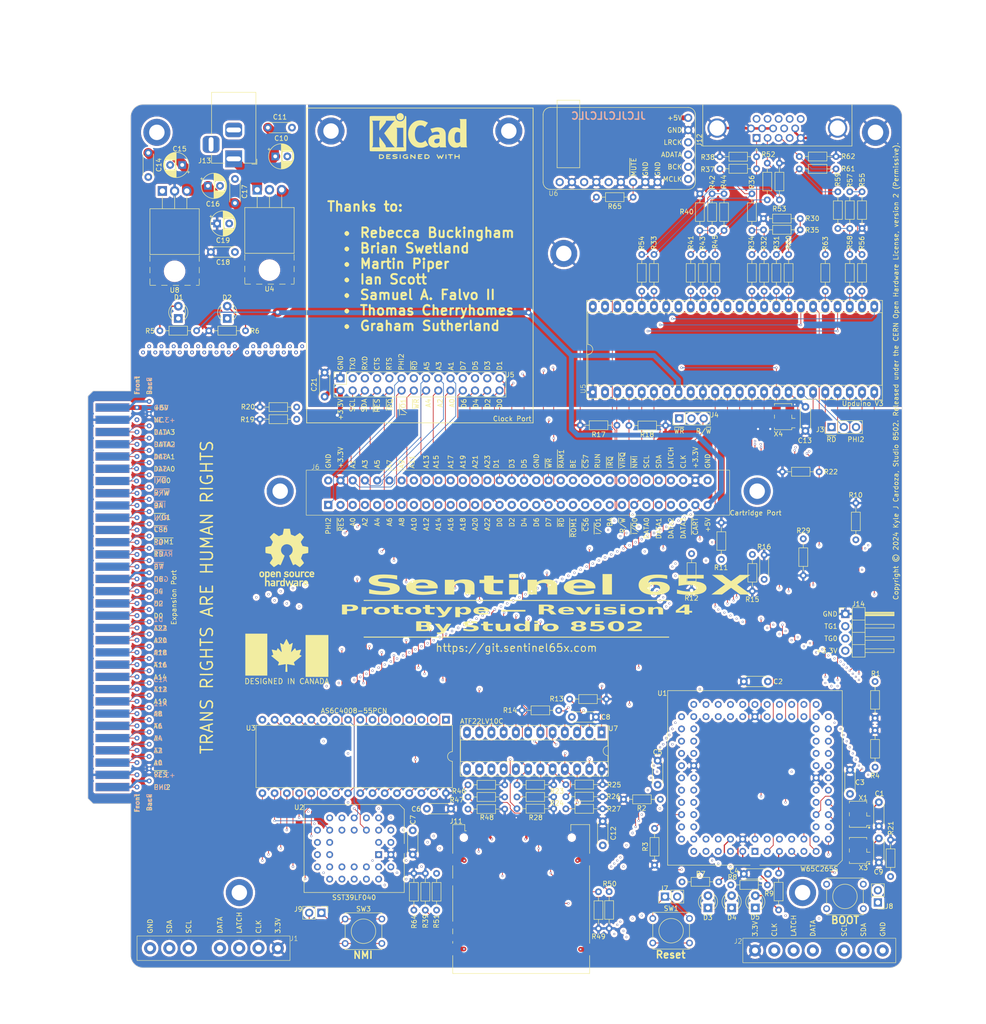
<source format=kicad_pcb>
(kicad_pcb
	(version 20240108)
	(generator "pcbnew")
	(generator_version "8.0")
	(general
		(thickness 1.6)
		(legacy_teardrops no)
	)
	(paper "A3")
	(layers
		(0 "F.Cu" signal "F.Cu (SMD)")
		(1 "In1.Cu" power "In1.Cu (GND)")
		(2 "In2.Cu" signal "In2.Cu (N-S)")
		(3 "In3.Cu" signal "In3.Cu. (E-W)")
		(4 "In4.Cu" power "In4.Cu (GND)")
		(31 "B.Cu" signal "B.Cu (MISC)")
		(32 "B.Adhes" user "B.Adhesive")
		(33 "F.Adhes" user "F.Adhesive")
		(34 "B.Paste" user)
		(35 "F.Paste" user)
		(36 "B.SilkS" user "B.Silkscreen")
		(37 "F.SilkS" user "F.Silkscreen")
		(38 "B.Mask" user)
		(39 "F.Mask" user)
		(40 "Dwgs.User" user "User.Drawings")
		(41 "Cmts.User" user "User.Comments")
		(42 "Eco1.User" user "User.Eco1")
		(43 "Eco2.User" user "User.Eco2")
		(44 "Edge.Cuts" user)
		(45 "Margin" user)
		(46 "B.CrtYd" user "B.Courtyard")
		(47 "F.CrtYd" user "F.Courtyard")
		(48 "B.Fab" user)
		(49 "F.Fab" user)
		(50 "User.1" user)
		(51 "User.2" user)
		(52 "User.3" user)
		(53 "User.4" user)
		(54 "User.5" user)
		(55 "User.6" user)
		(56 "User.7" user)
		(57 "User.8" user)
		(58 "User.9" user)
	)
	(setup
		(stackup
			(layer "F.SilkS"
				(type "Top Silk Screen")
				(color "White")
			)
			(layer "F.Paste"
				(type "Top Solder Paste")
			)
			(layer "F.Mask"
				(type "Top Solder Mask")
				(color "Red")
				(thickness 0.01)
			)
			(layer "F.Cu"
				(type "copper")
				(thickness 0.035)
			)
			(layer "dielectric 1"
				(type "prepreg")
				(thickness 0.1)
				(material "FR4")
				(epsilon_r 4.5)
				(loss_tangent 0.02)
			)
			(layer "In1.Cu"
				(type "copper")
				(thickness 0.035)
			)
			(layer "dielectric 2"
				(type "core")
				(thickness 0.535)
				(material "FR4")
				(epsilon_r 4.5)
				(loss_tangent 0.02)
			)
			(layer "In2.Cu"
				(type "copper")
				(thickness 0.035)
			)
			(layer "dielectric 3"
				(type "prepreg")
				(thickness 0.1)
				(material "FR4")
				(epsilon_r 4.5)
				(loss_tangent 0.02)
			)
			(layer "In3.Cu"
				(type "copper")
				(thickness 0.035)
			)
			(layer "dielectric 4"
				(type "core")
				(thickness 0.535)
				(material "FR4")
				(epsilon_r 4.5)
				(loss_tangent 0.02)
			)
			(layer "In4.Cu"
				(type "copper")
				(thickness 0.035)
			)
			(layer "dielectric 5"
				(type "prepreg")
				(color "#808080FF")
				(thickness 0.1)
				(material "FR4")
				(epsilon_r 4.5)
				(loss_tangent 0.02)
			)
			(layer "B.Cu"
				(type "copper")
				(thickness 0.035)
			)
			(layer "B.Mask"
				(type "Bottom Solder Mask")
				(color "Red")
				(thickness 0.01)
			)
			(layer "B.Paste"
				(type "Bottom Solder Paste")
			)
			(layer "B.SilkS"
				(type "Bottom Silk Screen")
				(color "White")
			)
			(copper_finish "None")
			(dielectric_constraints no)
		)
		(pad_to_mask_clearance 0)
		(allow_soldermask_bridges_in_footprints no)
		(grid_origin 90.380852 153.942679)
		(pcbplotparams
			(layerselection 0x00010fc_ffffffff)
			(plot_on_all_layers_selection 0x0000000_00000000)
			(disableapertmacros no)
			(usegerberextensions no)
			(usegerberattributes yes)
			(usegerberadvancedattributes yes)
			(creategerberjobfile yes)
			(dashed_line_dash_ratio 12.000000)
			(dashed_line_gap_ratio 3.000000)
			(svgprecision 4)
			(plotframeref no)
			(viasonmask no)
			(mode 1)
			(useauxorigin no)
			(hpglpennumber 1)
			(hpglpenspeed 20)
			(hpglpendiameter 15.000000)
			(pdf_front_fp_property_popups yes)
			(pdf_back_fp_property_popups yes)
			(dxfpolygonmode yes)
			(dxfimperialunits yes)
			(dxfusepcbnewfont yes)
			(psnegative no)
			(psa4output no)
			(plotreference yes)
			(plotvalue yes)
			(plotfptext yes)
			(plotinvisibletext no)
			(sketchpadsonfab no)
			(subtractmaskfromsilk no)
			(outputformat 1)
			(mirror no)
			(drillshape 0)
			(scaleselection 1)
			(outputdirectory "production/")
		)
	)
	(net 0 "")
	(net 1 "GND")
	(net 2 "+3.3V")
	(net 3 "/A1")
	(net 4 "/A3")
	(net 5 "/A5")
	(net 6 "/A7")
	(net 7 "/A9")
	(net 8 "/A11")
	(net 9 "/A13")
	(net 10 "/A15")
	(net 11 "/A17")
	(net 12 "/A19")
	(net 13 "/A21")
	(net 14 "/A23")
	(net 15 "/D1")
	(net 16 "/D3")
	(net 17 "/D5")
	(net 18 "/~{WR}")
	(net 19 "/BE")
	(net 20 "/RUN")
	(net 21 "/~{IRQ}")
	(net 22 "/~{VIRQ}")
	(net 23 "/~{NMI}")
	(net 24 "/I2C_SCL")
	(net 25 "/I2C_SDA")
	(net 26 "/SNES_LATCH")
	(net 27 "/SNES_CLK")
	(net 28 "/PHI2")
	(net 29 "/~{RES}")
	(net 30 "/A0")
	(net 31 "/A2")
	(net 32 "/A4")
	(net 33 "/A6")
	(net 34 "/A8")
	(net 35 "/A10")
	(net 36 "/A12")
	(net 37 "/A14")
	(net 38 "/A16")
	(net 39 "/A18")
	(net 40 "/A20")
	(net 41 "/A22")
	(net 42 "/D0")
	(net 43 "/D2")
	(net 44 "/D4")
	(net 45 "/D6")
	(net 46 "/D7")
	(net 47 "/~{RD}")
	(net 48 "/~{CS}6")
	(net 49 "/~{I{slash}O}1")
	(net 50 "/BA")
	(net 51 "/R{slash}~{W}")
	(net 52 "/~{I{slash}O}0")
	(net 53 "/SNES_DATA0")
	(net 54 "/SNES_DATA1")
	(net 55 "/SNES_DATA2")
	(net 56 "/SNES_DATA3")
	(net 57 "/MOSI")
	(net 58 "/RTS")
	(net 59 "/CTS")
	(net 60 "/BL1")
	(net 61 "/~{BOOT_SEL}")
	(net 62 "/RXD")
	(net 63 "/TXD")
	(net 64 "/FCLK")
	(net 65 "/CLK")
	(net 66 "/SCK")
	(net 67 "/~{CS}4")
	(net 68 "/~{CS}5")
	(net 69 "/~{CS}7")
	(net 70 "/~{FPGA_RESET}")
	(net 71 "/CDONE")
	(net 72 "/MISO")
	(net 73 "/~{SD_SS}")
	(net 74 "/~{ROM}0")
	(net 75 "/~{RAM}0")
	(net 76 "Net-(D1-A)")
	(net 77 "Net-(D3-A)")
	(net 78 "/~{RAM}1")
	(net 79 "/~{ROM}1")
	(net 80 "/VERA_18")
	(net 81 "+5V")
	(net 82 "/SYSCLK")
	(net 83 "/R0")
	(net 84 "/R2")
	(net 85 "/R1")
	(net 86 "/G0")
	(net 87 "/R3")
	(net 88 "/G2")
	(net 89 "/G1")
	(net 90 "/B0")
	(net 91 "/G3")
	(net 92 "/B2")
	(net 93 "/B1")
	(net 94 "/HSYNC")
	(net 95 "/B3")
	(net 96 "/VSYNC")
	(net 97 "/BCK")
	(net 98 "/ADATA")
	(net 99 "/LRCK")
	(net 100 "/BLUE")
	(net 101 "/GREEN")
	(net 102 "/RED")
	(net 103 "Net-(D2-A)")
	(net 104 "Net-(D4-A)")
	(net 105 "Net-(D5-A)")
	(net 106 "/BL2")
	(net 107 "/BL3")
	(net 108 "/VERA_7")
	(net 109 "Net-(R30-Pad2)")
	(net 110 "unconnected-(J10-Pin_b31-Padb31)")
	(net 111 "unconnected-(J10-Pin_b31-Padb31)_0")
	(net 112 "Net-(J11-DAT1)")
	(net 113 "Net-(J11-DAT2)")
	(net 114 "unconnected-(J12-Pad11)")
	(net 115 "unconnected-(J12-Pad4)")
	(net 116 "unconnected-(J12-Pad15)")
	(net 117 "unconnected-(J12-Pad9)")
	(net 118 "unconnected-(J12-Pad12)")
	(net 119 "Net-(R32-Pad2)")
	(net 120 "unconnected-(U1A-~{FCLKO}-Pad15)")
	(net 121 "unconnected-(U1A-RUN-Pad14)")
	(net 122 "unconnected-(U1A-BA-Pad21)")
	(net 123 "unconnected-(U1A-~{CLKO}-Pad19)")
	(net 124 "unconnected-(U5-+3.3V-Pad9)")
	(net 125 "unconnected-(U5-FLASH_MISO-Pad45)")
	(net 126 "unconnected-(U5-CLK_12M_EXT-Pad41)")
	(net 127 "unconnected-(U5-FT_SCK-Pad47)")
	(net 128 "unconnected-(U5-~{FT_SS}-Pad48)")
	(net 129 "unconnected-(U5-FLASH_MOSI-Pad46)")
	(net 130 "unconnected-(U5-VIO-Pad2)")
	(net 131 "unconnected-(U6-A3V3-Pad11)")
	(net 132 "unconnected-(U6-ROUT-Pad9)")
	(net 133 "unconnected-(U6-LOUT-Pad7)")
	(net 134 "Net-(R33-Pad2)")
	(net 135 "Net-(R40-Pad2)")
	(net 136 "Net-(R42-Pad2)")
	(net 137 "Net-(R44-Pad2)")
	(net 138 "Net-(R55-Pad2)")
	(net 139 "Net-(R57-Pad2)")
	(net 140 "Net-(R59-Pad2)")
	(net 141 "unconnected-(U7-IN-Pad13)")
	(net 142 "unconnected-(U7-I{slash}O-Pad16)")
	(net 143 "unconnected-(U7-I{slash}O-Pad15)")
	(net 144 "unconnected-(U7-I{slash}O-Pad17)")
	(net 145 "unconnected-(U7-I{slash}O-Pad14)")
	(net 146 "Net-(U4-IN)")
	(net 147 "/~{CART}")
	(net 148 "/~{SD_WP}")
	(net 149 "/~{SD_CD}")
	(net 150 "unconnected-(J13-MountPin-Pad3)")
	(net 151 "/~{MUTE}")
	(net 152 "/TG0")
	(net 153 "/TG1")
	(footprint "Resistor_THT:R_Axial_DIN0204_L3.6mm_D1.6mm_P5.08mm_Horizontal" (layer "F.Cu") (at 218.023531 150.221827 90))
	(footprint "Resistor_THT:R_Axial_DIN0204_L3.6mm_D1.6mm_P7.62mm_Horizontal" (layer "F.Cu") (at 156.55 197.875))
	(footprint "Capacitor_THT:C_Disc_D4.3mm_W1.9mm_P5.00mm" (layer "F.Cu") (at 195.918531 187.826827 -90))
	(footprint "Capacitor_THT:C_Disc_D4.3mm_W1.9mm_P5.00mm" (layer "F.Cu") (at 241.828173 208.96 90))
	(footprint "Resistor_THT:R_Axial_DIN0204_L3.6mm_D1.6mm_P7.62mm_Horizontal" (layer "F.Cu") (at 229.434306 127.897878 180))
	(footprint "Resistor_THT:R_Axial_DIN0204_L3.6mm_D1.6mm_P7.62mm_Horizontal" (layer "F.Cu") (at 188.846198 195.85349))
	(footprint "Symbol:OSHW-Logo_11.4x12mm_SilkScreen" (layer "F.Cu") (at 118.942135 145.687679))
	(footprint "Resistor_THT:R_Axial_DIN0204_L3.6mm_D1.6mm_P7.62mm_Horizontal" (layer "F.Cu") (at 204.680852 70.218531 -90))
	(footprint "Capacitor_THT:C_Disc_D4.3mm_W1.9mm_P5.00mm" (layer "F.Cu") (at 184.518267 200.4066 -90))
	(footprint "Resistor_THT:R_Axial_DIN0204_L3.6mm_D1.6mm_P7.62mm_Horizontal" (layer "F.Cu") (at 175.381704 177.395358 180))
	(footprint "Resistor_THT:R_Axial_DIN0204_L3.6mm_D1.6mm_P7.62mm_Horizontal" (layer "F.Cu") (at 238.335852 77.421827 90))
	(footprint "Connector:SNES Controller Port (Female, 90º, THT)" (layer "F.Cu") (at 101.832102 226.745 180))
	(footprint "Capacitor_THT:C_Disc_D4.3mm_W1.9mm_P5.00mm" (layer "F.Cu") (at 90.193531 61.741827 -90))
	(footprint "Connector_PinHeader_2.54mm:PinHeader_1x04_P2.54mm_Horizontal" (layer "F.Cu") (at 234.87 157.4))
	(footprint "Resistor_THT:R_Axial_DIN0204_L3.6mm_D1.6mm_P7.62mm_Horizontal" (layer "F.Cu") (at 218.668173 71.488531 90))
	(footprint "Capacitor_THT:C_Disc_D4.3mm_W1.9mm_P5.00mm" (layer "F.Cu") (at 226.588173 119.423531 90))
	(footprint "Connector_Card:SD_Hirose_DM1AA_SF_PEJ82" (layer "F.Cu") (at 167.589126 216.546139))
	(footprint "Connector_BarrelJack:BarrelJack_Horizontal" (layer "F.Cu") (at 107.928531 62.981827 -90))
	(footprint "Resistor_THT:R_Axial_DIN0204_L3.6mm_D1.6mm_P7.62mm_Horizontal" (layer "F.Cu") (at 225.506704 77.700358 180))
	(footprint "MountingHole:MountingHole_3.2mm_M3_DIN965_Pad" (layer "F.Cu") (at 128.117172 57.207679))
	(footprint "Resistor_THT:R_Axial_DIN0204_L3.6mm_D1.6mm_P7.62mm_Horizontal" (layer "F.Cu") (at 166.71 195.36))
	(footprint "Capacitor_THT:C_Disc_D4.3mm_W1.9mm_P5.00mm" (layer "F.Cu") (at 241.828173 201.453531 90))
	(footprint "Capacitor_THT:C_Disc_D4.3mm_W1.9mm_P5.00mm" (layer "F.Cu") (at 103.177518 82.309624))
	(footprint "Connector_PinHeader_2.54mm:PinHeader_1x02_P2.54mm_Vertical" (layer "F.Cu") (at 241.623621 217.254071 180))
	(footprint "Oscillator:Oscillator_SMD_EuroQuartz_XO53-4Pin_5.0x3.2mm_HandSoldering" (layer "F.Cu") (at 221.955852 116.463392 90))
	(footprint "Connector:Conn_Edge_2x32_THT_2.54mm_Male"
		(layer "F.Cu")
		(uuid "4796905e-545d-47e7-ab3c-4a0391ef238b")
		(at 82.760852 155.212679 90)
		(property "Reference" "J10"
			(at 10.16 -23.995 90)
			(unlocked yes)
			(layer "F.SilkS")
			(hide yes)
			(uuid "aca119be-96f6-4082-bd1f-0310194cc88e")
			(effects
				(font
					(size 1 1)
					(thickness 0.1)
				)
			)
		)
		(property "Value" "2x32 2.54mm Card Edge Connector"
			(at 10.16 -22.495 90)
			(unlocked yes)
			(layer "F.Fab")
			(uuid "53b5751c-c238-4ad4-9eb5-56729c770d25")
			(effects
				(font
					(size 1 1)
					(thickness 0.15)
				)
			)
		)
		(property "Footprint" "Connector:Conn_Edge_2x32_THT_2.54mm_Male"
			(at 0 0 90)
			(unlocked yes)
			(layer "F.Fab")
			(hide yes)
			(uuid "3fce0bb5-5936-4657-ba68-fc0c4aeaaee2")
			(effects
				(font
					(size 1.27 1.27)
				)
			)
		)
		(property "Datasheet" ""
			(at 0 0 90)
			(unlocked yes)
			(layer "F.Fab")
			(hide yes)
			(uuid "1dbb8393-8c43-437e-bf45-fbd7ad194fdb")
			(effects
				(font
					(size 1.27 1.27)
				)
			)
		)
		(property "Description" ""
			(at 0 0 90)
			(unlocked yes)
			(layer "F.Fab")
			(hide yes)
			(uuid "9d41e489-00b4-4574-b3e9-cf5acf4e68e6")
			(effects
				(font
					(size 1.27 1.27)
				)
			)
		)
		(property ki_fp_filters "Connector*:*_2x??_*")
		(path "/4681393f-742b-42eb-929f-821923816de7")
		(sheetname "Root")
		(sheetfile "Prototype 4 (PTH).kicad_sch")
		(attr through_hole exclude_from_pos_files exclude_from_bom)
		(fp_line
			(start 43 -5.08)
			(end 44.05758 -4.014303)
			(stroke
				(width 0.1)
				(type default)
			)
			(layer "Edge.Cuts")
			(uuid "fd26207d-ae5d-4015-b24f-4048db5a2730")
		)
		(fp_line
			(start -40.46 -5.08)
			(end 43 -5.08)
			(stroke
				(width 0.1)
				(type default)
			)
			(layer "Edge.Cuts")
			(uuid "cd976c4f-54b4-4c3a-8d2d-420cebf84a1a")
		)
		(fp_line
			(start -40.46 -5.08)
			(end -41.51758 -4.014303)
			(stroke
				(width 0.1)
				(type default)
			)
			(layer "Edge.Cuts")
			(uuid "c853919f-40f2-496b-a5c1-5e62cf4ee5f6")
		)
		(fp_line
			(start -41.51758 -4.014303)
			(end -41.520319 3.81)
			(stroke
				(width 0.1)
				(type default)
			)
			(layer "Edge.Cuts")
			(uuid "c515b7c3-614c-431c-9594-2f598a1c3af8")
		)
		(fp_line
			(start 44.054841 3.81)
			(end 44.05758 -4.014303)
			(stroke
				(width 0.1)
				(type default)
			)
			(layer "Edge.Cuts")
			(uuid "15c174bc-40f3-4552-9911-4324d59a4acc")
		)
		(fp_line
			(start 44.054841 3.81)
			(end 44.45 3.81)
			(stroke
				(width 0.1)
				(type default)
			)
			(layer "Edge.Cuts")
			(uuid "08d4d441-ebf1-4056-a391-e1b13176cb9a")
		)
		(fp_line
			(start -41.520319 3.81)
			(end -41.91 3.81)
			(stroke
				(width 0.1)
				(type default)
			)
			(layer "Edge.Cuts")
			(uuid "50b07f0e-059a-462c-8610-8d831930bac8")
		)
		(fp_rect
			(start 44.45 -5.08)
			(end -41.91 3.81)
			(stroke
				(width 0.05)
				(type default)
			)
			(fill none)
			(layer "B.CrtYd")
			(uuid "cd0b4cc3-6b7b-4f7a-ab8b-5d38182077fb")
		)
		(fp_rect
			(start -41.91 -5.08)
			(end 44.45 3.81)
			(stroke
				(width 0.05)
				(type default)
			)
			(fill none)
			(layer "F.CrtYd")
			(uuid "1fbbae3e-e68f-4f67-911b-50172759d681")
		)
		(fp_text user "${REFERENCE}"
			(at 10.16 -20.995 90)
			(unlocked yes)
			(layer "F.Fab")
			(uuid "280cc3f5-7dd6-44cd-9357-3734f1085ebe")
			(effects
				(font
					(size 1 1)
					(thickness 0.15)
				)
			)
		)
		(pad "a1" connect rect
			(at -38.1 0 90)
			(size 1.7 7)
			(layers "B.Cu" "B.Mask")
			(net 1 "GND")
			(pinfunction "Pin_a1")
			(pintype "passive")
			(uuid "39efb8b8-842b-49ed-b97f-c5742edf3b30")
		)
		(pad "a1" thru_hole circle
			(at -36.83 7.62 90)
			(size 1 1)
			(drill 0.5)
			(layers "*.Cu" "*.Mask")
			(remove_unused_layers no)
			(net 1 "GND")
			(pinfunction "Pin_a1")
			(pintype "passive")
			(uuid "0140ac0a-d66c-4c87-b933-594335198d4a")
		)
		(pad "a2" connect rect
			(at -35.56 0 90)
			(size 1.7 7)
			(layers "B.Cu" "B.Mask")
			(net 2 "+3.3V")
			(pinfunction "Pin_a2")
			(pintype "passive")
			(uuid "4509b36b-8620-4081-9556-c3a4adb63e24")
		)
		(pad "a2" thru_hole circle
			(at -34.29 7.62 90)
			(size 1 1)
			(drill 0.5)
			(layers "*.Cu" "*.Mask")
			(remove_unused_layers no)
			(net 2 "+3.3V")
			(pinfunction "Pin_a2")
			(pintype "passive")
			(uuid "ace7abd8-af09-40cb-83da-1b25130e6de1")
		)
		(pad "a3" connect rect
			(at -33.02 0 90)
			(size 1.7 7)
			(layers "B.Cu" "B.Mask")
			(net 3 "/A1")
			(pinfunction "Pin_a3")
			(pintype "passive")
			(uuid "f2db0a4f-6923-45da-8e4b-ab7ae2ec49a3")
		)
		(pad "a3" thru_hole circle
			(at -31.75 7.62 90)
			(size 1 1)
			(drill 0.5)
			(layers "*.Cu" "*.Mask")
			(remove_unused_layers no)
			(net 3 "/A1")
			(pinfunction "Pin_a3")
			(pintype "passive")
			(uuid "0c5eebb6-86d8-4b30-9e50-2497adf69f71")
		)
		(pad "a4" connect rect
			(at -30.48 0 90)
			(size 1.7 7)
			(layers "B.Cu" "B.Mask")
			(net 4 "/A3")
			(pinfunction "Pin_a4")
			(pintype "passive")
			(uuid "dca25041-533c-4780-8b00-016e4e574c5c")
		)
		(pad "a4" thru_hole circle
			(at -29.21 7.62 90)
			(size 1 1)
			(drill 0.5)
			(layers "*.Cu" "*.Mask")
			(remove_unused_layers no)
			(net 4 "/A3")
			(pinfunction "Pin_a4")
			(pintype "passive")
			(uuid "05a70a27-034a-4f51-9d0a-14788ed74601")
		)
		(pad "a5" connect rect
			(at -27.94 0 90)
			(size 1.7 7)
			(layers "B.Cu" "B.Mask")
			(net 5 "/A5")
			(pinfunction "Pin_a5")
			(pintype "passive")
			(uuid "01458549-d65e-40ae-981b-a7fd78016dbd")
		)
		(pad "a5" thru_hole circle
			(at -26.67 7.62 90)
			(size 1 1)
			(drill 0.5)
			(layers "*.Cu" "*.Mask")
			(remove_unused_layers no)
			(net 5 "/A5")
			(pinfunction "Pin_a5")
			(pintype "passive")
			(uuid "c4f72d13-5578-4eb0-bfbc-0795818fefff")
		)
		(pad "a6" connect rect
			(at -25.4 0 90)
			(size 1.7 7)
			(layers "B.Cu" "B.Mask")
			(net 6 "/A7")
			(pinfunction "Pin_a6")
			(pintype "passive")
			(uuid "4ce406d5-248c-4240-b0b1-630ff372e342")
		)
		(pad "a6" thru_hole circle
			(at -24.13 7.62 90)
			(size 1 1)
			(drill 0.5)
			(layers "*.Cu" "*.Mask")
			(remove_unused_layers no)
			(net 6 "/A7")
			(pinfunction "Pin_a6")
			(pintype "passive")
			(uuid "ea74f8b3-018f-4999-8110-f041c56e76c5")
		)
		(pad "a7" connect rect
			(at -22.86 0 90)
			(size 1.7 7)
			(layers "B.Cu" "B.Mask")
			(net 7 "/A9")
			(pinfunction "Pin_a7")
			(pintype "passive")
			(uuid "c119dada-df10-4c07-b177-c6a7ee5ada27")
		)
		(pad "a7" thru_hole circle
			(at -21.59 7.62 90)
			(size 1 1)
			(drill 0.5)
			(layers "*.Cu" "*.Mask")
			(remove_unused_layers no)
			(net 7 "/A9")
			(pinfunction "Pin_a7")
			(pintype "passive")
			(uuid "1748254e-4f93-49b0-a841-cd504e883e41")
		)
		(pad "a8" connect rect
			(at -20.32 0 90)
			(size 1.7 7)
			(layers "B.Cu" "B.Mask")
			(net 8 "/A11")
			(pinfunction "Pin_a8")
			(pintype "passive")
			(uuid "91bf9dac-226c-4926-8809-eccaef96b13a")
		)
		(pad "a8" thru_hole circle
			(at -19.05 7.62 90)
			(size 1 1)
			(drill 0.5)
			(layers "*.Cu" "*.Mask")
			(remove_unused_layers no)
			(net 8 "/A11")
			(pinfunction "Pin_a8")
			(pintype "passive")
			(uuid "9caaf76f-3325-4d9d-a688-37c6970c545b")
		)
		(pad "a9" connect rect
			(at -17.78 0 90)
			(size 1.7 7)
			(layers "B.Cu" "B.Mask")
			(net 9 "/A13")
			(pinfunction "Pin_a9")
			(pintype "passive")
			(uuid "a0c34dc1-e7d6-46ea-bfe2-bdece3598ee6")
		)
		(pad "a9" thru_hole circle
			(at -16.51 7.62 90)
			(size 1 1)
			(drill 0.5)
			(layers "*.Cu" "*.Mask")
			(remove_unused_layers no)
			(net 9 "/A13")
			(pinfunction "Pin_a9")
			(pintype "passive")
			(uuid "cdb419be-7589-44ab-a31f-c20fbd285475")
		)
		(pad "a10" connect rect
			(at -15.24 0 90)
			(size 1.7 7)
			(layers "B.Cu" "B.Mask")
			(net 10 "/A15")
			(pinfunction "Pin_a10")
			(pintype "passive")
			(uuid "b284dcc1-ac47-4cca-b650-3031c54c8b06")
		)
		(pad "a10" thru_hole circle
			(at -13.97 7.62 90)
			(size 1 1)
			(drill 0.5)
			(layers "*.Cu" "*.Mask")
			(remove_unused_layers no)
			(net 10 "/A15")
			(pinfunction "Pin_a10")
			(pintype "passive")
			(uuid "3f29e86e-8c48-49e7-9a31-ef71303cc38e")
		)
		(pad "a11" connect rect
			(at -12.7 0 90)
			(size 1.7 7)
			(layers "B.Cu" "B.Mask")
			(net 11 "/A17")
			(pinfunction "Pin_a11")
			(pintype "passive")
			(uuid "8126a547-a155-4971-bd3c-a47baf581536")
		)
		(pad "a11" thru_hole circle
			(at -11.43 7.62 90)
			(size 1 1)
			(drill 0.5)
			(layers "*.Cu" "*.Mask")
			(remove_unused_layers no)
			(net 11 "/A17")
			(pinfunction "Pin_a11")
			(pintype "passive")
			(uuid "f9051fcb-32ac-4cd0-a58e-3fe73d9e110f")
		)
		(pad "a12" connect rect
			(at -10.16 0 90)
			(size 1.7 7)
			(layers "B.Cu" "B.Mask")
			(net 12 "/A19")
			(pinfunction "Pin_a12")
			(pintype "passive")
			(uuid "c6fc0277-f6d1-44c4-b8d4-bf0a02a33cac")
		)
		(pad "a12" thru_hole circle
			(at -8.89 7.62 90)
			(size 1 1)
			(drill 0.5)
			(layers "*.Cu" "*.Mask")
			(remove_unused_layers no)
			(net 12 "/A19")
			(pinfunction "Pin_a12")
			(pintype "passive")
			(uuid "cef37e6a-fe9f-4c24-9c5f-91786e69905b")
		)
		(pad "a13" connect rect
			(at -7.62 0 90)
			(size 1.7 7)
			(layers "B.Cu" "B.Mask")
			(net 13 "/A21")
			(pinfunction "Pin_a13")
			(pintype "passive")
			(uuid "9ac559b6-b82a-4ab9-98c0-ee86f80546e3")
		)
		(pad "a13" thru_hole circle
			(at -6.35 7.62 90)
			(size 1 1)
			(drill 0.5)
			(layers "*.Cu" "*.Mask")
			(remove_unused_layers no)
			(net 13 "/A21")
			(pinfunction "Pin_a13")
			(pintype "passive")
			(uuid "a7521e8e-a221-4f19-972b-d6a730655453")
		)
		(pad "a14" connect rect
			(at -5.08 0 90)
			(size 1.7 7)
			(layers "B.Cu" "B.Mask")
			(net 14 "/A23")
			(pinfunction "Pin_a14")
			(pintype "passive")
			(uuid "89c047ad-7d94-4862-9206-7156de8c54a8")
		)
		(pad "a14" thru_hole circle
			(at -3.81 7.62 90)
			(size 1 1)
			(drill 0.5)
			(layers "*.Cu" "*.Mask")
			(remove_unused_layers no)
			(net 14 "/A23")
			(pinfunction "Pin_a14")
			(pintype "passive")
			(uuid "60a79048-979a-4f65-8508-e088678515b1")
		)
		(pad "a15" connect rect
			(at -2.54 0 90)
			(size 1.7 7)
			(layers "B.Cu" "B.Mask")
			(net 15 "/D1")
			(pinfunction "Pin_a15")
			(pintype "passive")
			(uuid "f92ac191-25ed-46b7-bea0-58507f972eeb")
		)
		(pad "a15" thru_hole circle
			(at -1.27 7.62 90)
			(size 1 1)
			(drill 0.5)
			(layers "*.Cu" "*.Mask")
			(remove_unused_layers no)
			(net 15 "/D1")
			(pinfunction "Pin_a15")
			(pintype "passive")
			(uuid "e6e3d4ee-da3a-4017-9e65-ac27ac360ce8")
		)
		(pad "a16" connect rect
			(at 0 0 90)
			(size 1.7 7)
			(layers "B.Cu" "B.Mask")
			(net 16 "/D3")
			(pinfunction "Pin_a16")
			(pintype "passive")
			(uuid "e7d13088-6477-4da5-bc05-54ee6ca5fccc")
		)
		(pad "a16" thru_hole circle
			(at 1.27 7.62 90)
			(size 1 1)
			(drill 0.5)
			(layers "*.Cu" "*.Mask")
			(remove_unused_layers no)
			(net 16 "/D3")
			(pinfunction "Pin_a16")
			(pintype "passive")
			(uuid "309e3abc-4e9d-4823-b4d3-221e3aa75633")
		)
		(pad "a17" connect rect
			(at 2.54 0 90)
			(size 1.7 7)
			(layers "B.Cu" "B.Mask")
			(net 17 "/D5")
			(pinfunction "Pin_a17")
			(pintype "passive")
			(uuid "24ebb47a-3552-46de-9ec3-9363f8cf4f24")
		)
		(pad "a17" thru_hole circle
			(at 3.81 7.62 90)
			(size 1 1)
			(drill 0.5)
			(layers "*.Cu" "*.Mask")
			(remove_unused_layers no)
			(net 17 "/D5")
			(pinfunction "Pin_a17")
			(pintype "passive")
			(uuid "7de68401-51bb-4084-b5d6-6247ea94aea7")
		)
		(pad "a18" connect rect
			(at 5.08 0 90)
			(size 1.7 7)
			(layers "B.Cu" "B.Mask")
			(net 1 "GND")
			(pinfunction "Pin_a18")
			(pintype "passive")
			(uuid "34633bf0-7c52-4849-b2f6-caf0c33e5732")
		)
		(pad "a18" thru_hole circle
			(at 6.35 7.62 90)
			(size 1 1)
			(drill 0.5)
			(layers "*.Cu" "*.Mask")
			(remove_unused_layers no)
			(net 1 "GND")
			(pinfunction "Pin_a18")
			(pintype "passive")
			(uuid "1419792d-3c0d-4126-9c68-2de8ca0ac098")
		)
		(pad "a19" connect rect
			(at 7.62 0 90)
			(size 1.7 7)
			(layers "B.Cu" "B.Mask")
			(net 18 "/~{WR}")
			(pinfunction "Pin_a19")
			(pintype "passive")
			(uuid "7d1087da-56a4-4ae8-b134-7ec238fe57c5")
		)
		(pad "a19" thru_hole circle
			(at 8.89 7.62 90)
			(size 1 1)
			(drill 0.5)
			(layers "*.Cu" "*.Mask")
			(remove_unused_layers no)
			(net 18 "/~{WR}")
			(pinfunction "Pin_a19")
			(pintype "passive")
			(uuid "0f47
... [7913125 chars truncated]
</source>
